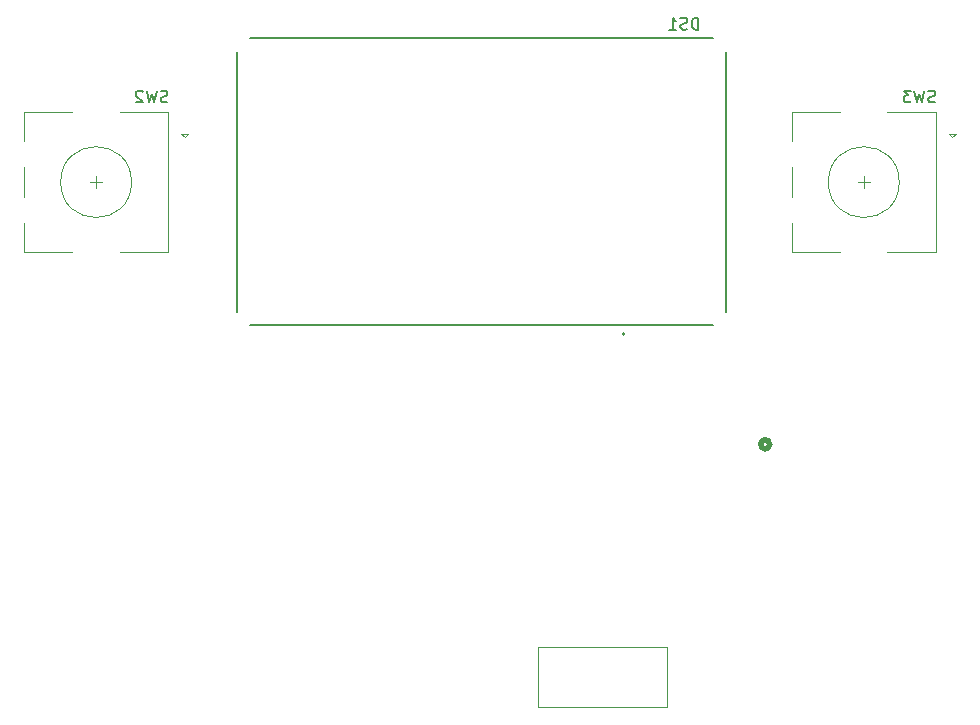
<source format=gbr>
%TF.GenerationSoftware,KiCad,Pcbnew,8.0.4-8.0.4-0~ubuntu24.04.1*%
%TF.CreationDate,2024-08-14T02:08:49-05:00*%
%TF.ProjectId,FRCMotorTester,4652434d-6f74-46f7-9254-65737465722e,rev?*%
%TF.SameCoordinates,Original*%
%TF.FileFunction,Legend,Bot*%
%TF.FilePolarity,Positive*%
%FSLAX46Y46*%
G04 Gerber Fmt 4.6, Leading zero omitted, Abs format (unit mm)*
G04 Created by KiCad (PCBNEW 8.0.4-8.0.4-0~ubuntu24.04.1) date 2024-08-14 02:08:49*
%MOMM*%
%LPD*%
G01*
G04 APERTURE LIST*
%ADD10C,0.150000*%
%ADD11C,0.508000*%
%ADD12C,0.120000*%
%ADD13C,0.127000*%
%ADD14C,0.200000*%
G04 APERTURE END LIST*
D10*
X150747785Y-48079819D02*
X150747785Y-47079819D01*
X150747785Y-47079819D02*
X150509690Y-47079819D01*
X150509690Y-47079819D02*
X150366833Y-47127438D01*
X150366833Y-47127438D02*
X150271595Y-47222676D01*
X150271595Y-47222676D02*
X150223976Y-47317914D01*
X150223976Y-47317914D02*
X150176357Y-47508390D01*
X150176357Y-47508390D02*
X150176357Y-47651247D01*
X150176357Y-47651247D02*
X150223976Y-47841723D01*
X150223976Y-47841723D02*
X150271595Y-47936961D01*
X150271595Y-47936961D02*
X150366833Y-48032200D01*
X150366833Y-48032200D02*
X150509690Y-48079819D01*
X150509690Y-48079819D02*
X150747785Y-48079819D01*
X149795404Y-48032200D02*
X149652547Y-48079819D01*
X149652547Y-48079819D02*
X149414452Y-48079819D01*
X149414452Y-48079819D02*
X149319214Y-48032200D01*
X149319214Y-48032200D02*
X149271595Y-47984580D01*
X149271595Y-47984580D02*
X149223976Y-47889342D01*
X149223976Y-47889342D02*
X149223976Y-47794104D01*
X149223976Y-47794104D02*
X149271595Y-47698866D01*
X149271595Y-47698866D02*
X149319214Y-47651247D01*
X149319214Y-47651247D02*
X149414452Y-47603628D01*
X149414452Y-47603628D02*
X149604928Y-47556009D01*
X149604928Y-47556009D02*
X149700166Y-47508390D01*
X149700166Y-47508390D02*
X149747785Y-47460771D01*
X149747785Y-47460771D02*
X149795404Y-47365533D01*
X149795404Y-47365533D02*
X149795404Y-47270295D01*
X149795404Y-47270295D02*
X149747785Y-47175057D01*
X149747785Y-47175057D02*
X149700166Y-47127438D01*
X149700166Y-47127438D02*
X149604928Y-47079819D01*
X149604928Y-47079819D02*
X149366833Y-47079819D01*
X149366833Y-47079819D02*
X149223976Y-47127438D01*
X148271595Y-48079819D02*
X148843023Y-48079819D01*
X148557309Y-48079819D02*
X148557309Y-47079819D01*
X148557309Y-47079819D02*
X148652547Y-47222676D01*
X148652547Y-47222676D02*
X148747785Y-47317914D01*
X148747785Y-47317914D02*
X148843023Y-47365533D01*
X170783332Y-54207200D02*
X170640475Y-54254819D01*
X170640475Y-54254819D02*
X170402380Y-54254819D01*
X170402380Y-54254819D02*
X170307142Y-54207200D01*
X170307142Y-54207200D02*
X170259523Y-54159580D01*
X170259523Y-54159580D02*
X170211904Y-54064342D01*
X170211904Y-54064342D02*
X170211904Y-53969104D01*
X170211904Y-53969104D02*
X170259523Y-53873866D01*
X170259523Y-53873866D02*
X170307142Y-53826247D01*
X170307142Y-53826247D02*
X170402380Y-53778628D01*
X170402380Y-53778628D02*
X170592856Y-53731009D01*
X170592856Y-53731009D02*
X170688094Y-53683390D01*
X170688094Y-53683390D02*
X170735713Y-53635771D01*
X170735713Y-53635771D02*
X170783332Y-53540533D01*
X170783332Y-53540533D02*
X170783332Y-53445295D01*
X170783332Y-53445295D02*
X170735713Y-53350057D01*
X170735713Y-53350057D02*
X170688094Y-53302438D01*
X170688094Y-53302438D02*
X170592856Y-53254819D01*
X170592856Y-53254819D02*
X170354761Y-53254819D01*
X170354761Y-53254819D02*
X170211904Y-53302438D01*
X169878570Y-53254819D02*
X169640475Y-54254819D01*
X169640475Y-54254819D02*
X169449999Y-53540533D01*
X169449999Y-53540533D02*
X169259523Y-54254819D01*
X169259523Y-54254819D02*
X169021428Y-53254819D01*
X168735713Y-53254819D02*
X168116666Y-53254819D01*
X168116666Y-53254819D02*
X168449999Y-53635771D01*
X168449999Y-53635771D02*
X168307142Y-53635771D01*
X168307142Y-53635771D02*
X168211904Y-53683390D01*
X168211904Y-53683390D02*
X168164285Y-53731009D01*
X168164285Y-53731009D02*
X168116666Y-53826247D01*
X168116666Y-53826247D02*
X168116666Y-54064342D01*
X168116666Y-54064342D02*
X168164285Y-54159580D01*
X168164285Y-54159580D02*
X168211904Y-54207200D01*
X168211904Y-54207200D02*
X168307142Y-54254819D01*
X168307142Y-54254819D02*
X168592856Y-54254819D01*
X168592856Y-54254819D02*
X168688094Y-54207200D01*
X168688094Y-54207200D02*
X168735713Y-54159580D01*
X105783332Y-54207200D02*
X105640475Y-54254819D01*
X105640475Y-54254819D02*
X105402380Y-54254819D01*
X105402380Y-54254819D02*
X105307142Y-54207200D01*
X105307142Y-54207200D02*
X105259523Y-54159580D01*
X105259523Y-54159580D02*
X105211904Y-54064342D01*
X105211904Y-54064342D02*
X105211904Y-53969104D01*
X105211904Y-53969104D02*
X105259523Y-53873866D01*
X105259523Y-53873866D02*
X105307142Y-53826247D01*
X105307142Y-53826247D02*
X105402380Y-53778628D01*
X105402380Y-53778628D02*
X105592856Y-53731009D01*
X105592856Y-53731009D02*
X105688094Y-53683390D01*
X105688094Y-53683390D02*
X105735713Y-53635771D01*
X105735713Y-53635771D02*
X105783332Y-53540533D01*
X105783332Y-53540533D02*
X105783332Y-53445295D01*
X105783332Y-53445295D02*
X105735713Y-53350057D01*
X105735713Y-53350057D02*
X105688094Y-53302438D01*
X105688094Y-53302438D02*
X105592856Y-53254819D01*
X105592856Y-53254819D02*
X105354761Y-53254819D01*
X105354761Y-53254819D02*
X105211904Y-53302438D01*
X104878570Y-53254819D02*
X104640475Y-54254819D01*
X104640475Y-54254819D02*
X104449999Y-53540533D01*
X104449999Y-53540533D02*
X104259523Y-54254819D01*
X104259523Y-54254819D02*
X104021428Y-53254819D01*
X103688094Y-53350057D02*
X103640475Y-53302438D01*
X103640475Y-53302438D02*
X103545237Y-53254819D01*
X103545237Y-53254819D02*
X103307142Y-53254819D01*
X103307142Y-53254819D02*
X103211904Y-53302438D01*
X103211904Y-53302438D02*
X103164285Y-53350057D01*
X103164285Y-53350057D02*
X103116666Y-53445295D01*
X103116666Y-53445295D02*
X103116666Y-53540533D01*
X103116666Y-53540533D02*
X103164285Y-53683390D01*
X103164285Y-53683390D02*
X103735713Y-54254819D01*
X103735713Y-54254819D02*
X103116666Y-54254819D01*
D11*
%TO.C,SW1*%
X156781000Y-83200000D02*
G75*
G02*
X156019000Y-83200000I-381000J0D01*
G01*
X156019000Y-83200000D02*
G75*
G02*
X156781000Y-83200000I381000J0D01*
G01*
D12*
%TO.C,J7*%
X137130000Y-100360000D02*
X148070000Y-100360000D01*
X137130000Y-105440000D02*
X137130000Y-100360000D01*
X148070000Y-100360000D02*
X148070000Y-105440000D01*
X148070000Y-105440000D02*
X137130000Y-105440000D01*
D13*
%TO.C,DS1*%
X111688500Y-49960000D02*
X111688500Y-71960000D01*
X112788500Y-73110000D02*
X151988500Y-73110000D01*
X151988500Y-48810000D02*
X112788500Y-48810000D01*
X153088500Y-71960000D02*
X153088500Y-49960000D01*
D14*
X144488500Y-73860000D02*
G75*
G02*
X144288500Y-73860000I-100000J0D01*
G01*
X144288500Y-73860000D02*
G75*
G02*
X144488500Y-73860000I100000J0D01*
G01*
D12*
%TO.C,SW3*%
X158650000Y-55100000D02*
X158650000Y-57500000D01*
X158650000Y-59700000D02*
X158650000Y-62300000D01*
X158650000Y-64500000D02*
X158650000Y-66900000D01*
X158650000Y-66900000D02*
X162750000Y-66900000D01*
X162750000Y-55100000D02*
X158650000Y-55100000D01*
X164750000Y-60500000D02*
X164750000Y-61500000D01*
X165250000Y-61000000D02*
X164250000Y-61000000D01*
X166750000Y-55100000D02*
X170850000Y-55100000D01*
X166750000Y-66900000D02*
X170850000Y-66900000D01*
X170850000Y-55100000D02*
X170850000Y-66900000D01*
X171950000Y-56900000D02*
X172250000Y-57200000D01*
X172250000Y-57200000D02*
X172550000Y-56900000D01*
X172550000Y-56900000D02*
X171950000Y-56900000D01*
X167750000Y-61000000D02*
G75*
G02*
X161750000Y-61000000I-3000000J0D01*
G01*
X161750000Y-61000000D02*
G75*
G02*
X167750000Y-61000000I3000000J0D01*
G01*
%TO.C,SW2*%
X93650000Y-55100000D02*
X93650000Y-57500000D01*
X93650000Y-59700000D02*
X93650000Y-62300000D01*
X93650000Y-64500000D02*
X93650000Y-66900000D01*
X93650000Y-66900000D02*
X97750000Y-66900000D01*
X97750000Y-55100000D02*
X93650000Y-55100000D01*
X99750000Y-60500000D02*
X99750000Y-61500000D01*
X100250000Y-61000000D02*
X99250000Y-61000000D01*
X101750000Y-55100000D02*
X105850000Y-55100000D01*
X101750000Y-66900000D02*
X105850000Y-66900000D01*
X105850000Y-55100000D02*
X105850000Y-66900000D01*
X106950000Y-56900000D02*
X107250000Y-57200000D01*
X107250000Y-57200000D02*
X107550000Y-56900000D01*
X107550000Y-56900000D02*
X106950000Y-56900000D01*
X102750000Y-61000000D02*
G75*
G02*
X96750000Y-61000000I-3000000J0D01*
G01*
X96750000Y-61000000D02*
G75*
G02*
X102750000Y-61000000I3000000J0D01*
G01*
%TD*%
M02*

</source>
